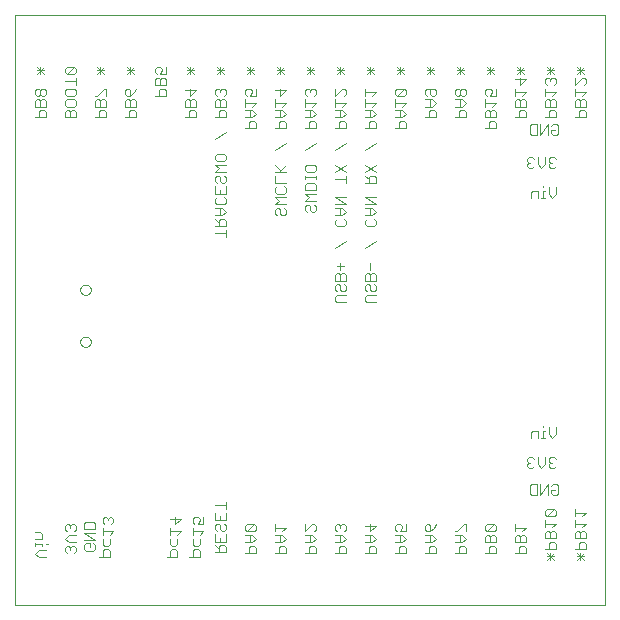
<source format=gbo>
G75*
G70*
%OFA0B0*%
%FSLAX24Y24*%
%IPPOS*%
%LPD*%
%AMOC8*
5,1,8,0,0,1.08239X$1,22.5*
%
%ADD10C,0.0000*%
%ADD11C,0.0040*%
D10*
X000500Y000107D02*
X000500Y019792D01*
X020185Y019792D01*
X020185Y000107D01*
X000500Y000107D01*
X002681Y008886D02*
X002683Y008912D01*
X002689Y008938D01*
X002699Y008963D01*
X002712Y008986D01*
X002728Y009006D01*
X002748Y009024D01*
X002770Y009039D01*
X002793Y009051D01*
X002819Y009059D01*
X002845Y009063D01*
X002871Y009063D01*
X002897Y009059D01*
X002923Y009051D01*
X002947Y009039D01*
X002968Y009024D01*
X002988Y009006D01*
X003004Y008986D01*
X003017Y008963D01*
X003027Y008938D01*
X003033Y008912D01*
X003035Y008886D01*
X003033Y008860D01*
X003027Y008834D01*
X003017Y008809D01*
X003004Y008786D01*
X002988Y008766D01*
X002968Y008748D01*
X002946Y008733D01*
X002923Y008721D01*
X002897Y008713D01*
X002871Y008709D01*
X002845Y008709D01*
X002819Y008713D01*
X002793Y008721D01*
X002769Y008733D01*
X002748Y008748D01*
X002728Y008766D01*
X002712Y008786D01*
X002699Y008809D01*
X002689Y008834D01*
X002683Y008860D01*
X002681Y008886D01*
X002681Y010619D02*
X002683Y010645D01*
X002689Y010671D01*
X002699Y010696D01*
X002712Y010719D01*
X002728Y010739D01*
X002748Y010757D01*
X002770Y010772D01*
X002793Y010784D01*
X002819Y010792D01*
X002845Y010796D01*
X002871Y010796D01*
X002897Y010792D01*
X002923Y010784D01*
X002947Y010772D01*
X002968Y010757D01*
X002988Y010739D01*
X003004Y010719D01*
X003017Y010696D01*
X003027Y010671D01*
X003033Y010645D01*
X003035Y010619D01*
X003033Y010593D01*
X003027Y010567D01*
X003017Y010542D01*
X003004Y010519D01*
X002988Y010499D01*
X002968Y010481D01*
X002946Y010466D01*
X002923Y010454D01*
X002897Y010446D01*
X002871Y010442D01*
X002845Y010442D01*
X002819Y010446D01*
X002793Y010454D01*
X002769Y010466D01*
X002748Y010481D01*
X002728Y010499D01*
X002712Y010519D01*
X002699Y010542D01*
X002689Y010567D01*
X002683Y010593D01*
X002681Y010619D01*
D11*
X007179Y012498D02*
X007533Y012498D01*
X007533Y012380D02*
X007533Y012616D01*
X007533Y012742D02*
X007533Y012919D01*
X007474Y012978D01*
X007356Y012978D01*
X007297Y012919D01*
X007297Y012742D01*
X007179Y012742D02*
X007533Y012742D01*
X007415Y013105D02*
X007533Y013223D01*
X007415Y013341D01*
X007179Y013341D01*
X007238Y013467D02*
X007179Y013526D01*
X007179Y013644D01*
X007238Y013703D01*
X007179Y013830D02*
X007179Y014066D01*
X007238Y014192D02*
X007179Y014251D01*
X007179Y014369D01*
X007238Y014428D01*
X007297Y014428D01*
X007356Y014369D01*
X007356Y014251D01*
X007415Y014192D01*
X007474Y014192D01*
X007533Y014251D01*
X007533Y014369D01*
X007474Y014428D01*
X007533Y014555D02*
X007179Y014555D01*
X007297Y014673D01*
X007179Y014791D01*
X007533Y014791D01*
X007474Y014917D02*
X007533Y014976D01*
X007533Y015094D01*
X007474Y015153D01*
X007238Y015153D01*
X007179Y015094D01*
X007179Y014976D01*
X007238Y014917D01*
X007474Y014917D01*
X007179Y015642D02*
X007533Y015878D01*
X007533Y016367D02*
X007179Y016367D01*
X007297Y016367D02*
X007297Y016544D01*
X007356Y016603D01*
X007474Y016603D01*
X007533Y016544D01*
X007533Y016367D01*
X007533Y016730D02*
X007179Y016730D01*
X007179Y016907D01*
X007238Y016966D01*
X007297Y016966D01*
X007356Y016907D01*
X007356Y016730D01*
X007356Y016907D02*
X007415Y016966D01*
X007474Y016966D01*
X007533Y016907D01*
X007533Y016730D01*
X007474Y017092D02*
X007533Y017151D01*
X007533Y017269D01*
X007474Y017328D01*
X007415Y017328D01*
X007356Y017269D01*
X007297Y017328D01*
X007238Y017328D01*
X007179Y017269D01*
X007179Y017151D01*
X007238Y017092D01*
X007356Y017210D02*
X007356Y017269D01*
X007356Y017817D02*
X007356Y018053D01*
X007238Y018053D02*
X007474Y017817D01*
X007474Y017935D02*
X007238Y017935D01*
X007238Y017817D02*
X007474Y018053D01*
X008238Y018053D02*
X008474Y017817D01*
X008356Y017817D02*
X008356Y018053D01*
X008474Y018053D02*
X008238Y017817D01*
X008238Y017935D02*
X008474Y017935D01*
X008533Y017328D02*
X008533Y017092D01*
X008356Y017092D01*
X008415Y017210D01*
X008415Y017269D01*
X008356Y017328D01*
X008238Y017328D01*
X008179Y017269D01*
X008179Y017151D01*
X008238Y017092D01*
X008179Y016966D02*
X008179Y016730D01*
X008179Y016848D02*
X008533Y016848D01*
X008415Y016730D01*
X008415Y016603D02*
X008179Y016603D01*
X008356Y016603D02*
X008356Y016367D01*
X008415Y016367D02*
X008533Y016485D01*
X008415Y016603D01*
X008415Y016367D02*
X008179Y016367D01*
X008356Y016241D02*
X008297Y016182D01*
X008297Y016005D01*
X008179Y016005D02*
X008533Y016005D01*
X008533Y016182D01*
X008474Y016241D01*
X008356Y016241D01*
X009179Y016367D02*
X009415Y016367D01*
X009533Y016485D01*
X009415Y016603D01*
X009179Y016603D01*
X009179Y016730D02*
X009179Y016966D01*
X009179Y016848D02*
X009533Y016848D01*
X009415Y016730D01*
X009356Y016603D02*
X009356Y016367D01*
X009356Y016241D02*
X009297Y016182D01*
X009297Y016005D01*
X009179Y016005D02*
X009533Y016005D01*
X009533Y016182D01*
X009474Y016241D01*
X009356Y016241D01*
X009533Y015516D02*
X009179Y015280D01*
X009179Y014791D02*
X009356Y014614D01*
X009297Y014555D02*
X009533Y014791D01*
X009533Y014555D02*
X009179Y014555D01*
X009179Y014428D02*
X009179Y014192D01*
X009533Y014192D01*
X009474Y014066D02*
X009533Y014007D01*
X009533Y013889D01*
X009474Y013830D01*
X009238Y013830D01*
X009179Y013889D01*
X009179Y014007D01*
X009238Y014066D01*
X009179Y013703D02*
X009533Y013703D01*
X009533Y013467D02*
X009179Y013467D01*
X009297Y013585D01*
X009179Y013703D01*
X009238Y013341D02*
X009179Y013282D01*
X009179Y013164D01*
X009238Y013105D01*
X009356Y013164D02*
X009356Y013282D01*
X009297Y013341D01*
X009238Y013341D01*
X009356Y013164D02*
X009415Y013105D01*
X009474Y013105D01*
X009533Y013164D01*
X009533Y013282D01*
X009474Y013341D01*
X010179Y013285D02*
X010238Y013226D01*
X010179Y013285D02*
X010179Y013403D01*
X010238Y013462D01*
X010297Y013462D01*
X010356Y013403D01*
X010356Y013285D01*
X010415Y013226D01*
X010474Y013226D01*
X010533Y013285D01*
X010533Y013403D01*
X010474Y013462D01*
X010533Y013588D02*
X010179Y013588D01*
X010297Y013706D01*
X010179Y013824D01*
X010533Y013824D01*
X010533Y013951D02*
X010179Y013951D01*
X010179Y014128D01*
X010238Y014187D01*
X010474Y014187D01*
X010533Y014128D01*
X010533Y013951D01*
X010533Y014313D02*
X010533Y014431D01*
X010533Y014372D02*
X010179Y014372D01*
X010179Y014313D02*
X010179Y014431D01*
X010238Y014555D02*
X010179Y014614D01*
X010179Y014732D01*
X010238Y014791D01*
X010474Y014791D01*
X010533Y014732D01*
X010533Y014614D01*
X010474Y014555D01*
X010238Y014555D01*
X010179Y015280D02*
X010533Y015516D01*
X010533Y016005D02*
X010179Y016005D01*
X010297Y016005D02*
X010297Y016182D01*
X010356Y016241D01*
X010474Y016241D01*
X010533Y016182D01*
X010533Y016005D01*
X010415Y016367D02*
X010179Y016367D01*
X010356Y016367D02*
X010356Y016603D01*
X010415Y016603D02*
X010179Y016603D01*
X010179Y016730D02*
X010179Y016966D01*
X010179Y016848D02*
X010533Y016848D01*
X010415Y016730D01*
X010415Y016603D02*
X010533Y016485D01*
X010415Y016367D01*
X010474Y017092D02*
X010533Y017151D01*
X010533Y017269D01*
X010474Y017328D01*
X010415Y017328D01*
X010356Y017269D01*
X010297Y017328D01*
X010238Y017328D01*
X010179Y017269D01*
X010179Y017151D01*
X010238Y017092D01*
X010356Y017210D02*
X010356Y017269D01*
X010356Y017817D02*
X010356Y018053D01*
X010238Y018053D02*
X010474Y017817D01*
X010474Y017935D02*
X010238Y017935D01*
X010238Y017817D02*
X010474Y018053D01*
X011238Y018053D02*
X011474Y017817D01*
X011356Y017817D02*
X011356Y018053D01*
X011474Y018053D02*
X011238Y017817D01*
X011238Y017935D02*
X011474Y017935D01*
X011474Y017328D02*
X011533Y017269D01*
X011533Y017151D01*
X011474Y017092D01*
X011415Y017328D02*
X011179Y017092D01*
X011179Y017328D01*
X011415Y017328D02*
X011474Y017328D01*
X011179Y016966D02*
X011179Y016730D01*
X011179Y016848D02*
X011533Y016848D01*
X011415Y016730D01*
X011415Y016603D02*
X011179Y016603D01*
X011356Y016603D02*
X011356Y016367D01*
X011415Y016367D02*
X011179Y016367D01*
X011356Y016241D02*
X011297Y016182D01*
X011297Y016005D01*
X011179Y016005D02*
X011533Y016005D01*
X011533Y016182D01*
X011474Y016241D01*
X011356Y016241D01*
X011415Y016367D02*
X011533Y016485D01*
X011415Y016603D01*
X012179Y016603D02*
X012415Y016603D01*
X012533Y016485D01*
X012415Y016367D01*
X012179Y016367D01*
X012356Y016367D02*
X012356Y016603D01*
X012415Y016730D02*
X012533Y016848D01*
X012179Y016848D01*
X012179Y016730D02*
X012179Y016966D01*
X012179Y017092D02*
X012179Y017328D01*
X012179Y017210D02*
X012533Y017210D01*
X012415Y017092D01*
X013179Y017151D02*
X013238Y017092D01*
X013474Y017328D01*
X013238Y017328D01*
X013179Y017269D01*
X013179Y017151D01*
X013238Y017092D02*
X013474Y017092D01*
X013533Y017151D01*
X013533Y017269D01*
X013474Y017328D01*
X013179Y016966D02*
X013179Y016730D01*
X013179Y016848D02*
X013533Y016848D01*
X013415Y016730D01*
X013415Y016603D02*
X013179Y016603D01*
X013356Y016603D02*
X013356Y016367D01*
X013415Y016367D02*
X013179Y016367D01*
X013356Y016241D02*
X013297Y016182D01*
X013297Y016005D01*
X013179Y016005D02*
X013533Y016005D01*
X013533Y016182D01*
X013474Y016241D01*
X013356Y016241D01*
X013415Y016367D02*
X013533Y016485D01*
X013415Y016603D01*
X014179Y016730D02*
X014415Y016730D01*
X014533Y016848D01*
X014415Y016966D01*
X014179Y016966D01*
X014238Y017092D02*
X014179Y017151D01*
X014179Y017269D01*
X014238Y017328D01*
X014474Y017328D01*
X014533Y017269D01*
X014533Y017151D01*
X014474Y017092D01*
X014415Y017092D01*
X014356Y017151D01*
X014356Y017328D01*
X014356Y016966D02*
X014356Y016730D01*
X014356Y016603D02*
X014297Y016544D01*
X014297Y016367D01*
X014179Y016367D02*
X014533Y016367D01*
X014533Y016544D01*
X014474Y016603D01*
X014356Y016603D01*
X015179Y016730D02*
X015415Y016730D01*
X015533Y016848D01*
X015415Y016966D01*
X015179Y016966D01*
X015238Y017092D02*
X015179Y017151D01*
X015179Y017269D01*
X015238Y017328D01*
X015297Y017328D01*
X015356Y017269D01*
X015356Y017151D01*
X015415Y017092D01*
X015474Y017092D01*
X015533Y017151D01*
X015533Y017269D01*
X015474Y017328D01*
X015415Y017328D01*
X015356Y017269D01*
X015356Y017151D02*
X015297Y017092D01*
X015238Y017092D01*
X015356Y016966D02*
X015356Y016730D01*
X015356Y016603D02*
X015297Y016544D01*
X015297Y016367D01*
X015179Y016367D02*
X015533Y016367D01*
X015533Y016544D01*
X015474Y016603D01*
X015356Y016603D01*
X016179Y016544D02*
X016179Y016367D01*
X016533Y016367D01*
X016533Y016544D01*
X016474Y016603D01*
X016415Y016603D01*
X016356Y016544D01*
X016356Y016367D01*
X016356Y016241D02*
X016297Y016182D01*
X016297Y016005D01*
X016179Y016005D02*
X016533Y016005D01*
X016533Y016182D01*
X016474Y016241D01*
X016356Y016241D01*
X016356Y016544D02*
X016297Y016603D01*
X016238Y016603D01*
X016179Y016544D01*
X016179Y016730D02*
X016179Y016966D01*
X016179Y016848D02*
X016533Y016848D01*
X016415Y016730D01*
X016356Y017092D02*
X016415Y017210D01*
X016415Y017269D01*
X016356Y017328D01*
X016238Y017328D01*
X016179Y017269D01*
X016179Y017151D01*
X016238Y017092D01*
X016356Y017092D02*
X016533Y017092D01*
X016533Y017328D01*
X016474Y017817D02*
X016238Y018053D01*
X016238Y017935D02*
X016474Y017935D01*
X016474Y018053D02*
X016238Y017817D01*
X016356Y017817D02*
X016356Y018053D01*
X015474Y018053D02*
X015238Y017817D01*
X015356Y017817D02*
X015356Y018053D01*
X015238Y018053D02*
X015474Y017817D01*
X015474Y017935D02*
X015238Y017935D01*
X014474Y017935D02*
X014238Y017935D01*
X014238Y017817D02*
X014474Y018053D01*
X014356Y018053D02*
X014356Y017817D01*
X014474Y017817D02*
X014238Y018053D01*
X013474Y018053D02*
X013238Y017817D01*
X013356Y017817D02*
X013356Y018053D01*
X013238Y018053D02*
X013474Y017817D01*
X013474Y017935D02*
X013238Y017935D01*
X012474Y017935D02*
X012238Y017935D01*
X012238Y017817D02*
X012474Y018053D01*
X012356Y018053D02*
X012356Y017817D01*
X012474Y017817D02*
X012238Y018053D01*
X012356Y016241D02*
X012297Y016182D01*
X012297Y016005D01*
X012179Y016005D02*
X012533Y016005D01*
X012533Y016182D01*
X012474Y016241D01*
X012356Y016241D01*
X012533Y015516D02*
X012179Y015280D01*
X012179Y014791D02*
X012533Y014555D01*
X012474Y014428D02*
X012356Y014428D01*
X012297Y014369D01*
X012297Y014192D01*
X012179Y014192D02*
X012533Y014192D01*
X012533Y014369D01*
X012474Y014428D01*
X012297Y014310D02*
X012179Y014428D01*
X012179Y014555D02*
X012533Y014791D01*
X011533Y014791D02*
X011179Y014555D01*
X011179Y014791D02*
X011533Y014555D01*
X011533Y014428D02*
X011533Y014192D01*
X011533Y014310D02*
X011179Y014310D01*
X011179Y013703D02*
X011533Y013703D01*
X011533Y013467D02*
X011179Y013467D01*
X011179Y013341D02*
X011415Y013341D01*
X011533Y013223D01*
X011415Y013105D01*
X011179Y013105D01*
X011238Y012978D02*
X011179Y012919D01*
X011179Y012801D01*
X011238Y012742D01*
X011474Y012742D01*
X011533Y012801D01*
X011533Y012919D01*
X011474Y012978D01*
X011356Y013105D02*
X011356Y013341D01*
X011533Y013467D02*
X011179Y013703D01*
X012179Y013703D02*
X012533Y013703D01*
X012533Y013467D02*
X012179Y013467D01*
X012179Y013341D02*
X012415Y013341D01*
X012533Y013223D01*
X012415Y013105D01*
X012179Y013105D01*
X012238Y012978D02*
X012179Y012919D01*
X012179Y012801D01*
X012238Y012742D01*
X012474Y012742D01*
X012533Y012801D01*
X012533Y012919D01*
X012474Y012978D01*
X012356Y013105D02*
X012356Y013341D01*
X012533Y013467D02*
X012179Y013703D01*
X012533Y012253D02*
X012179Y012017D01*
X012356Y011528D02*
X012356Y011292D01*
X012297Y011166D02*
X012238Y011166D01*
X012179Y011107D01*
X012179Y010930D01*
X012533Y010930D01*
X012533Y011107D01*
X012474Y011166D01*
X012415Y011166D01*
X012356Y011107D01*
X012356Y010930D01*
X012297Y010803D02*
X012238Y010803D01*
X012179Y010744D01*
X012179Y010626D01*
X012238Y010567D01*
X012238Y010441D02*
X012533Y010441D01*
X012474Y010567D02*
X012415Y010567D01*
X012356Y010626D01*
X012356Y010744D01*
X012297Y010803D01*
X012474Y010803D02*
X012533Y010744D01*
X012533Y010626D01*
X012474Y010567D01*
X012238Y010441D02*
X012179Y010382D01*
X012179Y010264D01*
X012238Y010205D01*
X012533Y010205D01*
X012356Y011107D02*
X012297Y011166D01*
X011533Y011107D02*
X011533Y010930D01*
X011179Y010930D01*
X011179Y011107D01*
X011238Y011166D01*
X011297Y011166D01*
X011356Y011107D01*
X011356Y010930D01*
X011297Y010803D02*
X011238Y010803D01*
X011179Y010744D01*
X011179Y010626D01*
X011238Y010567D01*
X011238Y010441D02*
X011533Y010441D01*
X011474Y010567D02*
X011415Y010567D01*
X011356Y010626D01*
X011356Y010744D01*
X011297Y010803D01*
X011474Y010803D02*
X011533Y010744D01*
X011533Y010626D01*
X011474Y010567D01*
X011238Y010441D02*
X011179Y010382D01*
X011179Y010264D01*
X011238Y010205D01*
X011533Y010205D01*
X011533Y011107D02*
X011474Y011166D01*
X011415Y011166D01*
X011356Y011107D01*
X011356Y011292D02*
X011356Y011528D01*
X011474Y011410D02*
X011238Y011410D01*
X011179Y012017D02*
X011533Y012253D01*
X011179Y015280D02*
X011533Y015516D01*
X009533Y017269D02*
X009356Y017092D01*
X009356Y017328D01*
X009179Y017269D02*
X009533Y017269D01*
X009474Y017817D02*
X009238Y018053D01*
X009238Y017935D02*
X009474Y017935D01*
X009474Y018053D02*
X009238Y017817D01*
X009356Y017817D02*
X009356Y018053D01*
X006533Y017269D02*
X006356Y017092D01*
X006356Y017328D01*
X006179Y017269D02*
X006533Y017269D01*
X006474Y016966D02*
X006415Y016966D01*
X006356Y016907D01*
X006356Y016730D01*
X006356Y016603D02*
X006297Y016544D01*
X006297Y016367D01*
X006179Y016367D02*
X006533Y016367D01*
X006533Y016544D01*
X006474Y016603D01*
X006356Y016603D01*
X006179Y016730D02*
X006179Y016907D01*
X006238Y016966D01*
X006297Y016966D01*
X006356Y016907D01*
X006474Y016966D02*
X006533Y016907D01*
X006533Y016730D01*
X006179Y016730D01*
X005533Y017092D02*
X005533Y017269D01*
X005474Y017328D01*
X005356Y017328D01*
X005297Y017269D01*
X005297Y017092D01*
X005179Y017092D02*
X005533Y017092D01*
X005533Y017455D02*
X005179Y017455D01*
X005179Y017632D01*
X005238Y017691D01*
X005297Y017691D01*
X005356Y017632D01*
X005356Y017455D01*
X005356Y017632D02*
X005415Y017691D01*
X005474Y017691D01*
X005533Y017632D01*
X005533Y017455D01*
X005533Y017817D02*
X005356Y017817D01*
X005415Y017935D01*
X005415Y017994D01*
X005356Y018053D01*
X005238Y018053D01*
X005179Y017994D01*
X005179Y017876D01*
X005238Y017817D01*
X005533Y017817D02*
X005533Y018053D01*
X006238Y018053D02*
X006474Y017817D01*
X006356Y017817D02*
X006356Y018053D01*
X006474Y018053D02*
X006238Y017817D01*
X006238Y017935D02*
X006474Y017935D01*
X004474Y017935D02*
X004238Y017935D01*
X004238Y017817D02*
X004474Y018053D01*
X004356Y018053D02*
X004356Y017817D01*
X004474Y017817D02*
X004238Y018053D01*
X004238Y017328D02*
X004297Y017328D01*
X004356Y017269D01*
X004356Y017092D01*
X004238Y017092D01*
X004179Y017151D01*
X004179Y017269D01*
X004238Y017328D01*
X004474Y017210D02*
X004356Y017092D01*
X004297Y016966D02*
X004238Y016966D01*
X004179Y016907D01*
X004179Y016730D01*
X004533Y016730D01*
X004533Y016907D01*
X004474Y016966D01*
X004415Y016966D01*
X004356Y016907D01*
X004356Y016730D01*
X004356Y016603D02*
X004297Y016544D01*
X004297Y016367D01*
X004179Y016367D02*
X004533Y016367D01*
X004533Y016544D01*
X004474Y016603D01*
X004356Y016603D01*
X004356Y016907D02*
X004297Y016966D01*
X004474Y017210D02*
X004533Y017328D01*
X003533Y017328D02*
X003533Y017092D01*
X003474Y016966D02*
X003415Y016966D01*
X003356Y016907D01*
X003356Y016730D01*
X003356Y016603D02*
X003297Y016544D01*
X003297Y016367D01*
X003179Y016367D02*
X003533Y016367D01*
X003533Y016544D01*
X003474Y016603D01*
X003356Y016603D01*
X003179Y016730D02*
X003179Y016907D01*
X003238Y016966D01*
X003297Y016966D01*
X003356Y016907D01*
X003474Y016966D02*
X003533Y016907D01*
X003533Y016730D01*
X003179Y016730D01*
X003179Y017092D02*
X003238Y017092D01*
X003474Y017328D01*
X003533Y017328D01*
X003474Y017817D02*
X003238Y018053D01*
X003238Y017935D02*
X003474Y017935D01*
X003474Y018053D02*
X003238Y017817D01*
X003356Y017817D02*
X003356Y018053D01*
X002533Y017994D02*
X002533Y017876D01*
X002474Y017817D01*
X002238Y017817D01*
X002474Y018053D01*
X002238Y018053D01*
X002179Y017994D01*
X002179Y017876D01*
X002238Y017817D01*
X002179Y017573D02*
X002533Y017573D01*
X002533Y017455D02*
X002533Y017691D01*
X002474Y017328D02*
X002238Y017328D01*
X002179Y017269D01*
X002179Y017151D01*
X002238Y017092D01*
X002474Y017092D01*
X002533Y017151D01*
X002533Y017269D01*
X002474Y017328D01*
X002474Y016966D02*
X002238Y016966D01*
X002179Y016907D01*
X002179Y016789D01*
X002238Y016730D01*
X002474Y016730D01*
X002533Y016789D01*
X002533Y016907D01*
X002474Y016966D01*
X002474Y016603D02*
X002415Y016603D01*
X002356Y016544D01*
X002356Y016367D01*
X002179Y016367D02*
X002179Y016544D01*
X002238Y016603D01*
X002297Y016603D01*
X002356Y016544D01*
X002474Y016603D02*
X002533Y016544D01*
X002533Y016367D01*
X002179Y016367D01*
X001533Y016367D02*
X001533Y016544D01*
X001474Y016603D01*
X001356Y016603D01*
X001297Y016544D01*
X001297Y016367D01*
X001179Y016367D02*
X001533Y016367D01*
X001533Y016730D02*
X001179Y016730D01*
X001179Y016907D01*
X001238Y016966D01*
X001297Y016966D01*
X001356Y016907D01*
X001356Y016730D01*
X001356Y016907D02*
X001415Y016966D01*
X001474Y016966D01*
X001533Y016907D01*
X001533Y016730D01*
X001474Y017092D02*
X001415Y017092D01*
X001356Y017151D01*
X001356Y017269D01*
X001297Y017328D01*
X001238Y017328D01*
X001179Y017269D01*
X001179Y017151D01*
X001238Y017092D01*
X001297Y017092D01*
X001356Y017151D01*
X001356Y017269D02*
X001415Y017328D01*
X001474Y017328D01*
X001533Y017269D01*
X001533Y017151D01*
X001474Y017092D01*
X001474Y017817D02*
X001238Y018053D01*
X001238Y017935D02*
X001474Y017935D01*
X001474Y018053D02*
X001238Y017817D01*
X001356Y017817D02*
X001356Y018053D01*
X002474Y018053D02*
X002533Y017994D01*
X007179Y013830D02*
X007533Y013830D01*
X007533Y014066D01*
X007356Y013948D02*
X007356Y013830D01*
X007474Y013703D02*
X007533Y013644D01*
X007533Y013526D01*
X007474Y013467D01*
X007238Y013467D01*
X007356Y013341D02*
X007356Y013105D01*
X007415Y013105D02*
X007179Y013105D01*
X007179Y012978D02*
X007297Y012860D01*
X007533Y003553D02*
X007533Y003317D01*
X007533Y003435D02*
X007179Y003435D01*
X007179Y003191D02*
X007179Y002955D01*
X007533Y002955D01*
X007533Y003191D01*
X007356Y003073D02*
X007356Y002955D01*
X007297Y002828D02*
X007356Y002769D01*
X007356Y002651D01*
X007415Y002592D01*
X007474Y002592D01*
X007533Y002651D01*
X007533Y002769D01*
X007474Y002828D01*
X007297Y002828D02*
X007238Y002828D01*
X007179Y002769D01*
X007179Y002651D01*
X007238Y002592D01*
X007179Y002466D02*
X007179Y002230D01*
X007533Y002230D01*
X007533Y002466D01*
X007356Y002348D02*
X007356Y002230D01*
X007356Y002103D02*
X007297Y002044D01*
X007297Y001867D01*
X007179Y001867D02*
X007533Y001867D01*
X007533Y002044D01*
X007474Y002103D01*
X007356Y002103D01*
X007297Y001985D02*
X007179Y002103D01*
X006783Y002573D02*
X006429Y002573D01*
X006429Y002455D02*
X006429Y002691D01*
X006488Y002817D02*
X006429Y002876D01*
X006429Y002994D01*
X006488Y003053D01*
X006606Y003053D01*
X006665Y002994D01*
X006665Y002935D01*
X006606Y002817D01*
X006783Y002817D01*
X006783Y003053D01*
X006783Y002573D02*
X006665Y002455D01*
X006665Y002328D02*
X006665Y002151D01*
X006606Y002092D01*
X006488Y002092D01*
X006429Y002151D01*
X006429Y002328D01*
X006488Y001966D02*
X006429Y001907D01*
X006429Y001730D01*
X006311Y001730D02*
X006665Y001730D01*
X006665Y001907D01*
X006606Y001966D01*
X006488Y001966D01*
X005915Y001907D02*
X005915Y001730D01*
X005561Y001730D01*
X005679Y001730D02*
X005679Y001907D01*
X005738Y001966D01*
X005856Y001966D01*
X005915Y001907D01*
X005856Y002092D02*
X005738Y002092D01*
X005679Y002151D01*
X005679Y002328D01*
X005679Y002455D02*
X005679Y002691D01*
X005679Y002573D02*
X006033Y002573D01*
X005915Y002455D01*
X005915Y002328D02*
X005915Y002151D01*
X005856Y002092D01*
X005856Y002817D02*
X005856Y003053D01*
X005679Y002994D02*
X006033Y002994D01*
X005856Y002817D01*
X003783Y002876D02*
X003783Y002994D01*
X003724Y003053D01*
X003665Y003053D01*
X003606Y002994D01*
X003547Y003053D01*
X003488Y003053D01*
X003429Y002994D01*
X003429Y002876D01*
X003488Y002817D01*
X003429Y002691D02*
X003429Y002455D01*
X003429Y002573D02*
X003783Y002573D01*
X003665Y002455D01*
X003665Y002328D02*
X003665Y002151D01*
X003606Y002092D01*
X003488Y002092D01*
X003429Y002151D01*
X003429Y002328D01*
X003177Y002293D02*
X002823Y002529D01*
X003177Y002529D01*
X003177Y002655D02*
X003177Y002832D01*
X003118Y002891D01*
X002882Y002891D01*
X002823Y002832D01*
X002823Y002655D01*
X003177Y002655D01*
X003177Y002293D02*
X002823Y002293D01*
X002882Y002166D02*
X002823Y002107D01*
X002823Y001989D01*
X002882Y001930D01*
X003118Y001930D01*
X003177Y001989D01*
X003177Y002107D01*
X003118Y002166D01*
X003000Y002166D02*
X003000Y002048D01*
X003000Y002166D02*
X002882Y002166D01*
X002533Y002205D02*
X002297Y002205D01*
X002179Y002323D01*
X002297Y002441D01*
X002533Y002441D01*
X002474Y002567D02*
X002533Y002626D01*
X002533Y002744D01*
X002474Y002803D01*
X002415Y002803D01*
X002356Y002744D01*
X002297Y002803D01*
X002238Y002803D01*
X002179Y002744D01*
X002179Y002626D01*
X002238Y002567D01*
X002356Y002685D02*
X002356Y002744D01*
X002297Y002078D02*
X002238Y002078D01*
X002179Y002019D01*
X002179Y001901D01*
X002238Y001842D01*
X002356Y001960D02*
X002356Y002019D01*
X002297Y002078D01*
X002356Y002019D02*
X002415Y002078D01*
X002474Y002078D01*
X002533Y002019D01*
X002533Y001901D01*
X002474Y001842D01*
X003311Y001730D02*
X003665Y001730D01*
X003665Y001907D01*
X003606Y001966D01*
X003488Y001966D01*
X003429Y001907D01*
X003429Y001730D01*
X003724Y002817D02*
X003783Y002876D01*
X003606Y002935D02*
X003606Y002994D01*
X001592Y002135D02*
X001533Y002135D01*
X001415Y002135D02*
X001179Y002135D01*
X001179Y002076D02*
X001179Y002194D01*
X001179Y002317D02*
X001415Y002317D01*
X001415Y002494D01*
X001356Y002553D01*
X001179Y002553D01*
X001415Y002135D02*
X001415Y002076D01*
X001297Y001949D02*
X001179Y001831D01*
X001297Y001713D01*
X001533Y001713D01*
X001533Y001949D02*
X001297Y001949D01*
X008179Y001842D02*
X008533Y001842D01*
X008533Y002019D01*
X008474Y002078D01*
X008356Y002078D01*
X008297Y002019D01*
X008297Y001842D01*
X008356Y002205D02*
X008356Y002441D01*
X008415Y002441D02*
X008179Y002441D01*
X008238Y002567D02*
X008474Y002803D01*
X008238Y002803D01*
X008179Y002744D01*
X008179Y002626D01*
X008238Y002567D01*
X008474Y002567D01*
X008533Y002626D01*
X008533Y002744D01*
X008474Y002803D01*
X008415Y002441D02*
X008533Y002323D01*
X008415Y002205D01*
X008179Y002205D01*
X009179Y002205D02*
X009415Y002205D01*
X009533Y002323D01*
X009415Y002441D01*
X009179Y002441D01*
X009179Y002567D02*
X009179Y002803D01*
X009179Y002685D02*
X009533Y002685D01*
X009415Y002567D01*
X009356Y002441D02*
X009356Y002205D01*
X009356Y002078D02*
X009297Y002019D01*
X009297Y001842D01*
X009179Y001842D02*
X009533Y001842D01*
X009533Y002019D01*
X009474Y002078D01*
X009356Y002078D01*
X010179Y002205D02*
X010415Y002205D01*
X010533Y002323D01*
X010415Y002441D01*
X010179Y002441D01*
X010179Y002567D02*
X010415Y002803D01*
X010474Y002803D01*
X010533Y002744D01*
X010533Y002626D01*
X010474Y002567D01*
X010356Y002441D02*
X010356Y002205D01*
X010356Y002078D02*
X010297Y002019D01*
X010297Y001842D01*
X010179Y001842D02*
X010533Y001842D01*
X010533Y002019D01*
X010474Y002078D01*
X010356Y002078D01*
X010179Y002567D02*
X010179Y002803D01*
X011179Y002744D02*
X011179Y002626D01*
X011238Y002567D01*
X011179Y002441D02*
X011415Y002441D01*
X011533Y002323D01*
X011415Y002205D01*
X011179Y002205D01*
X011356Y002205D02*
X011356Y002441D01*
X011474Y002567D02*
X011533Y002626D01*
X011533Y002744D01*
X011474Y002803D01*
X011415Y002803D01*
X011356Y002744D01*
X011297Y002803D01*
X011238Y002803D01*
X011179Y002744D01*
X011356Y002744D02*
X011356Y002685D01*
X011356Y002078D02*
X011297Y002019D01*
X011297Y001842D01*
X011179Y001842D02*
X011533Y001842D01*
X011533Y002019D01*
X011474Y002078D01*
X011356Y002078D01*
X012179Y002205D02*
X012415Y002205D01*
X012533Y002323D01*
X012415Y002441D01*
X012179Y002441D01*
X012356Y002441D02*
X012356Y002205D01*
X012356Y002078D02*
X012297Y002019D01*
X012297Y001842D01*
X012179Y001842D02*
X012533Y001842D01*
X012533Y002019D01*
X012474Y002078D01*
X012356Y002078D01*
X012356Y002567D02*
X012356Y002803D01*
X012179Y002744D02*
X012533Y002744D01*
X012356Y002567D01*
X013179Y002626D02*
X013238Y002567D01*
X013179Y002626D02*
X013179Y002744D01*
X013238Y002803D01*
X013356Y002803D01*
X013415Y002744D01*
X013415Y002685D01*
X013356Y002567D01*
X013533Y002567D01*
X013533Y002803D01*
X013415Y002441D02*
X013179Y002441D01*
X013356Y002441D02*
X013356Y002205D01*
X013415Y002205D02*
X013179Y002205D01*
X013356Y002078D02*
X013297Y002019D01*
X013297Y001842D01*
X013179Y001842D02*
X013533Y001842D01*
X013533Y002019D01*
X013474Y002078D01*
X013356Y002078D01*
X013415Y002205D02*
X013533Y002323D01*
X013415Y002441D01*
X014179Y002441D02*
X014415Y002441D01*
X014533Y002323D01*
X014415Y002205D01*
X014179Y002205D01*
X014356Y002205D02*
X014356Y002441D01*
X014356Y002567D02*
X014356Y002744D01*
X014297Y002803D01*
X014238Y002803D01*
X014179Y002744D01*
X014179Y002626D01*
X014238Y002567D01*
X014356Y002567D01*
X014474Y002685D01*
X014533Y002803D01*
X015179Y002567D02*
X015238Y002567D01*
X015474Y002803D01*
X015533Y002803D01*
X015533Y002567D01*
X015415Y002441D02*
X015533Y002323D01*
X015415Y002205D01*
X015179Y002205D01*
X015356Y002205D02*
X015356Y002441D01*
X015415Y002441D02*
X015179Y002441D01*
X015356Y002078D02*
X015297Y002019D01*
X015297Y001842D01*
X015179Y001842D02*
X015533Y001842D01*
X015533Y002019D01*
X015474Y002078D01*
X015356Y002078D01*
X014533Y002019D02*
X014533Y001842D01*
X014179Y001842D01*
X014297Y001842D02*
X014297Y002019D01*
X014356Y002078D01*
X014474Y002078D01*
X014533Y002019D01*
X016179Y001842D02*
X016533Y001842D01*
X016533Y002019D01*
X016474Y002078D01*
X016356Y002078D01*
X016297Y002019D01*
X016297Y001842D01*
X016356Y002205D02*
X016356Y002382D01*
X016297Y002441D01*
X016238Y002441D01*
X016179Y002382D01*
X016179Y002205D01*
X016533Y002205D01*
X016533Y002382D01*
X016474Y002441D01*
X016415Y002441D01*
X016356Y002382D01*
X016238Y002567D02*
X016474Y002803D01*
X016238Y002803D01*
X016179Y002744D01*
X016179Y002626D01*
X016238Y002567D01*
X016474Y002567D01*
X016533Y002626D01*
X016533Y002744D01*
X016474Y002803D01*
X017179Y002803D02*
X017179Y002567D01*
X017179Y002685D02*
X017533Y002685D01*
X017415Y002567D01*
X017415Y002441D02*
X017356Y002382D01*
X017356Y002205D01*
X017356Y002078D02*
X017297Y002019D01*
X017297Y001842D01*
X017179Y001842D02*
X017533Y001842D01*
X017533Y002019D01*
X017474Y002078D01*
X017356Y002078D01*
X017179Y002205D02*
X017179Y002382D01*
X017238Y002441D01*
X017297Y002441D01*
X017356Y002382D01*
X017415Y002441D02*
X017474Y002441D01*
X017533Y002382D01*
X017533Y002205D01*
X017179Y002205D01*
X018179Y002342D02*
X018179Y002519D01*
X018238Y002578D01*
X018297Y002578D01*
X018356Y002519D01*
X018356Y002342D01*
X018356Y002216D02*
X018297Y002157D01*
X018297Y001980D01*
X018179Y001980D02*
X018533Y001980D01*
X018533Y002157D01*
X018474Y002216D01*
X018356Y002216D01*
X018179Y002342D02*
X018533Y002342D01*
X018533Y002519D01*
X018474Y002578D01*
X018415Y002578D01*
X018356Y002519D01*
X018415Y002705D02*
X018533Y002823D01*
X018179Y002823D01*
X018179Y002705D02*
X018179Y002941D01*
X018238Y003067D02*
X018474Y003303D01*
X018238Y003303D01*
X018179Y003244D01*
X018179Y003126D01*
X018238Y003067D01*
X018474Y003067D01*
X018533Y003126D01*
X018533Y003244D01*
X018474Y003303D01*
X018444Y003786D02*
X018385Y003845D01*
X018385Y003963D01*
X018503Y003963D01*
X018621Y003845D02*
X018562Y003786D01*
X018444Y003786D01*
X018258Y003786D02*
X018258Y004140D01*
X018022Y003786D01*
X018022Y004140D01*
X017896Y004140D02*
X017719Y004140D01*
X017660Y004081D01*
X017660Y003845D01*
X017719Y003786D01*
X017896Y003786D01*
X017896Y004140D01*
X018385Y004081D02*
X018444Y004140D01*
X018562Y004140D01*
X018621Y004081D01*
X018621Y003845D01*
X019179Y003303D02*
X019179Y003067D01*
X019179Y003185D02*
X019533Y003185D01*
X019415Y003067D01*
X019179Y002941D02*
X019179Y002705D01*
X019179Y002823D02*
X019533Y002823D01*
X019415Y002705D01*
X019415Y002578D02*
X019356Y002519D01*
X019356Y002342D01*
X019356Y002216D02*
X019297Y002157D01*
X019297Y001980D01*
X019179Y001980D02*
X019533Y001980D01*
X019533Y002157D01*
X019474Y002216D01*
X019356Y002216D01*
X019179Y002342D02*
X019179Y002519D01*
X019238Y002578D01*
X019297Y002578D01*
X019356Y002519D01*
X019415Y002578D02*
X019474Y002578D01*
X019533Y002519D01*
X019533Y002342D01*
X019179Y002342D01*
X019238Y001853D02*
X019474Y001617D01*
X019356Y001617D02*
X019356Y001853D01*
X019474Y001853D02*
X019238Y001617D01*
X019238Y001735D02*
X019474Y001735D01*
X018474Y001735D02*
X018238Y001735D01*
X018238Y001617D02*
X018474Y001853D01*
X018356Y001853D02*
X018356Y001617D01*
X018474Y001617D02*
X018238Y001853D01*
X018356Y004680D02*
X018474Y004680D01*
X018533Y004739D01*
X018415Y004857D02*
X018356Y004857D01*
X018297Y004798D01*
X018297Y004739D01*
X018356Y004680D01*
X018356Y004857D02*
X018297Y004916D01*
X018297Y004975D01*
X018356Y005034D01*
X018474Y005034D01*
X018533Y004975D01*
X018171Y005034D02*
X018171Y004798D01*
X018053Y004680D01*
X017935Y004798D01*
X017935Y005034D01*
X017808Y004975D02*
X017749Y005034D01*
X017631Y005034D01*
X017572Y004975D01*
X017572Y004916D01*
X017631Y004857D01*
X017572Y004798D01*
X017572Y004739D01*
X017631Y004680D01*
X017749Y004680D01*
X017808Y004739D01*
X017690Y004857D02*
X017631Y004857D01*
X017693Y005680D02*
X017693Y005857D01*
X017752Y005916D01*
X017929Y005916D01*
X017929Y005680D01*
X018053Y005680D02*
X018171Y005680D01*
X018112Y005680D02*
X018112Y005916D01*
X018171Y005916D01*
X018112Y006034D02*
X018112Y006093D01*
X018297Y006034D02*
X018297Y005798D01*
X018415Y005680D01*
X018533Y005798D01*
X018533Y006034D01*
X018415Y013680D02*
X018297Y013798D01*
X018297Y014034D01*
X018171Y013916D02*
X018112Y013916D01*
X018112Y013680D01*
X018171Y013680D02*
X018053Y013680D01*
X017929Y013680D02*
X017929Y013916D01*
X017752Y013916D01*
X017693Y013857D01*
X017693Y013680D01*
X018112Y014034D02*
X018112Y014093D01*
X018533Y014034D02*
X018533Y013798D01*
X018415Y013680D01*
X018356Y014680D02*
X018474Y014680D01*
X018533Y014739D01*
X018415Y014857D02*
X018356Y014857D01*
X018297Y014798D01*
X018297Y014739D01*
X018356Y014680D01*
X018356Y014857D02*
X018297Y014916D01*
X018297Y014975D01*
X018356Y015034D01*
X018474Y015034D01*
X018533Y014975D01*
X018171Y015034D02*
X018171Y014798D01*
X018053Y014680D01*
X017935Y014798D01*
X017935Y015034D01*
X017808Y014975D02*
X017749Y015034D01*
X017631Y015034D01*
X017572Y014975D01*
X017572Y014916D01*
X017631Y014857D01*
X017572Y014798D01*
X017572Y014739D01*
X017631Y014680D01*
X017749Y014680D01*
X017808Y014739D01*
X017690Y014857D02*
X017631Y014857D01*
X017719Y015786D02*
X017660Y015845D01*
X017660Y016081D01*
X017719Y016140D01*
X017896Y016140D01*
X017896Y015786D01*
X017719Y015786D01*
X018022Y015786D02*
X018022Y016140D01*
X018179Y016367D02*
X018533Y016367D01*
X018533Y016544D01*
X018474Y016603D01*
X018356Y016603D01*
X018297Y016544D01*
X018297Y016367D01*
X018258Y016140D02*
X018022Y015786D01*
X018258Y015786D02*
X018258Y016140D01*
X018385Y016081D02*
X018444Y016140D01*
X018562Y016140D01*
X018621Y016081D01*
X018621Y015845D01*
X018562Y015786D01*
X018444Y015786D01*
X018385Y015845D01*
X018385Y015963D01*
X018503Y015963D01*
X019179Y016367D02*
X019533Y016367D01*
X019533Y016544D01*
X019474Y016603D01*
X019356Y016603D01*
X019297Y016544D01*
X019297Y016367D01*
X019356Y016730D02*
X019356Y016907D01*
X019297Y016966D01*
X019238Y016966D01*
X019179Y016907D01*
X019179Y016730D01*
X019533Y016730D01*
X019533Y016907D01*
X019474Y016966D01*
X019415Y016966D01*
X019356Y016907D01*
X019415Y017092D02*
X019533Y017210D01*
X019179Y017210D01*
X019179Y017092D02*
X019179Y017328D01*
X019179Y017455D02*
X019415Y017691D01*
X019474Y017691D01*
X019533Y017632D01*
X019533Y017514D01*
X019474Y017455D01*
X019179Y017455D02*
X019179Y017691D01*
X019238Y017817D02*
X019474Y018053D01*
X019474Y017935D02*
X019238Y017935D01*
X019238Y018053D02*
X019474Y017817D01*
X019356Y017817D02*
X019356Y018053D01*
X018474Y018053D02*
X018238Y017817D01*
X018356Y017817D02*
X018356Y018053D01*
X018238Y018053D02*
X018474Y017817D01*
X018474Y017935D02*
X018238Y017935D01*
X018238Y017691D02*
X018179Y017632D01*
X018179Y017514D01*
X018238Y017455D01*
X018179Y017328D02*
X018179Y017092D01*
X018179Y017210D02*
X018533Y017210D01*
X018415Y017092D01*
X018415Y016966D02*
X018356Y016907D01*
X018356Y016730D01*
X018179Y016730D02*
X018179Y016907D01*
X018238Y016966D01*
X018297Y016966D01*
X018356Y016907D01*
X018415Y016966D02*
X018474Y016966D01*
X018533Y016907D01*
X018533Y016730D01*
X018179Y016730D01*
X017533Y016730D02*
X017533Y016907D01*
X017474Y016966D01*
X017415Y016966D01*
X017356Y016907D01*
X017356Y016730D01*
X017356Y016603D02*
X017297Y016544D01*
X017297Y016367D01*
X017179Y016367D02*
X017533Y016367D01*
X017533Y016544D01*
X017474Y016603D01*
X017356Y016603D01*
X017179Y016730D02*
X017179Y016907D01*
X017238Y016966D01*
X017297Y016966D01*
X017356Y016907D01*
X017415Y017092D02*
X017533Y017210D01*
X017179Y017210D01*
X017179Y017092D02*
X017179Y017328D01*
X017356Y017455D02*
X017356Y017691D01*
X017356Y017817D02*
X017356Y018053D01*
X017238Y018053D02*
X017474Y017817D01*
X017474Y017935D02*
X017238Y017935D01*
X017238Y017817D02*
X017474Y018053D01*
X017533Y017632D02*
X017179Y017632D01*
X017356Y017455D02*
X017533Y017632D01*
X018238Y017691D02*
X018297Y017691D01*
X018356Y017632D01*
X018356Y017573D01*
X018356Y017632D02*
X018415Y017691D01*
X018474Y017691D01*
X018533Y017632D01*
X018533Y017514D01*
X018474Y017455D01*
X017533Y016730D02*
X017179Y016730D01*
M02*

</source>
